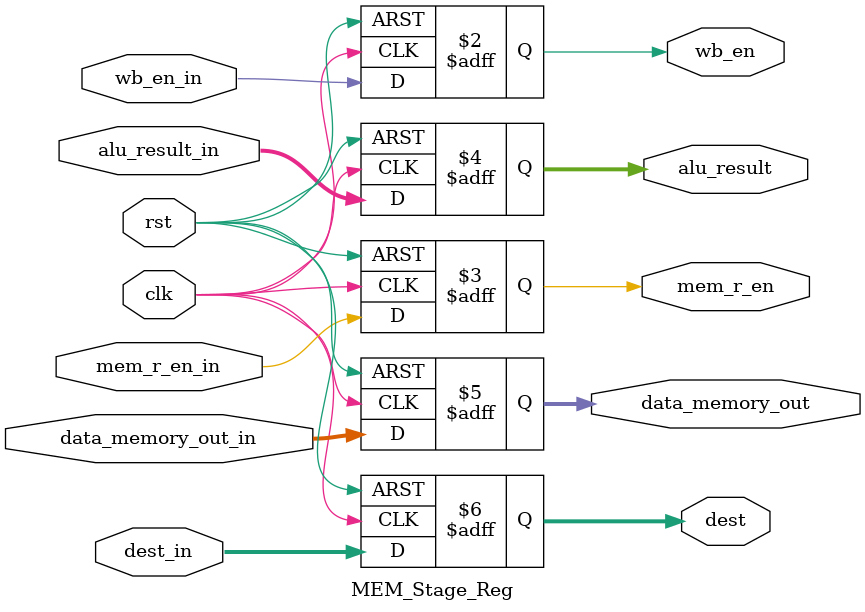
<source format=v>
module MEM_Stage_Reg (
  input             clk,
  input             rst,

  input             wb_en_in,
  input             mem_r_en_in,
  input [31:0]      alu_result_in,
  input [31:0]      data_memory_out_in,
  input [3:0]       dest_in,

  output reg        wb_en,
  output reg        mem_r_en,
  output reg [31:0] alu_result,
  output reg [31:0] data_memory_out,
  output reg [3:0]  dest
  );

  always @ (posedge clk, posedge rst) begin
    if (rst) begin
      wb_en <= 1'b0;
      mem_r_en <= 1'b0;
      alu_result <= 32'b00000000000000000000000000000000;
      data_memory_out <= 32'b00000000000000000000000000000000;
      dest <= 4'b0000;
    end else begin
      wb_en <= wb_en_in;
      mem_r_en <= mem_r_en_in;
      alu_result <= alu_result_in;
      data_memory_out <= data_memory_out_in;
      dest <= dest_in;
    end
  end

endmodule

</source>
